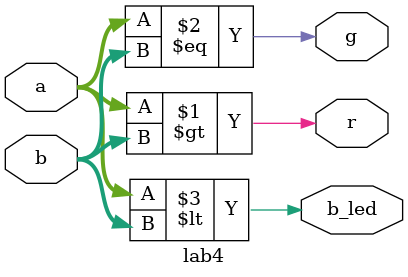
<source format=sv>
`timescale 1ns / 1ps


module lab4(
    input logic [1:0] a, b,
    output logic r, g, b_led
    );
    assign r = (a > b);
    assign g = (a == b);
    assign b_led = (a < b);
    endmodule



</source>
